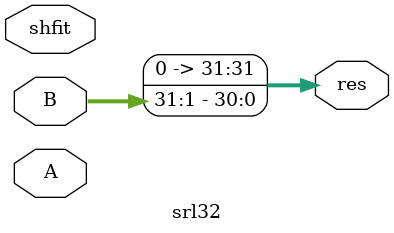
<source format=v>
`timescale 1ns / 1ps
module srl32(input [31:0] A,
				 input [31:0] B,
				 input [4:0] shfit,
				 output [31:0] res
				);
	
	assign res = B >> 1;	//32Î»ÊýÓÒÒÆ¡£SP3ÒÆ1Î»,SWordÒÆshfitÎ»£¬ÐèÒªÐÞ¸ÄÂß¼­·ûºÅ£¬Ôö¼Óshfit¶Ë¿Ú

endmodule

</source>
